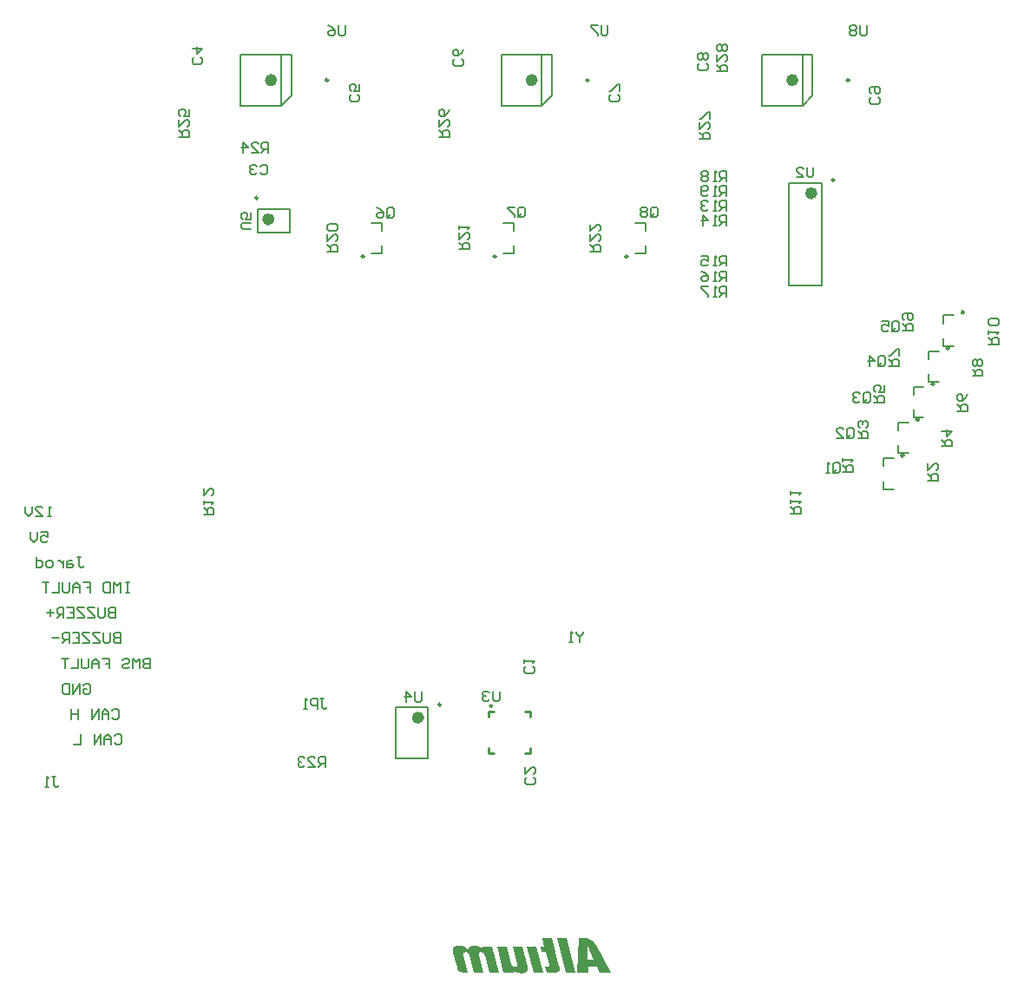
<source format=gbo>
G04*
G04 #@! TF.GenerationSoftware,Altium Limited,Altium Designer,18.1.11 (251)*
G04*
G04 Layer_Color=32896*
%FSLAX25Y25*%
%MOIN*%
G70*
G01*
G75*
%ADD10C,0.00787*%
%ADD12C,0.00984*%
%ADD15C,0.01000*%
%ADD63C,0.02362*%
G36*
X-22245Y11999D02*
X-22143Y11986D01*
X-22028D01*
X-21900Y11960D01*
X-21607Y11922D01*
X-21301Y11846D01*
X-20982Y11756D01*
X-20676Y11629D01*
X-20664D01*
X-20638Y11616D01*
X-20600Y11591D01*
X-20536Y11565D01*
X-20472Y11527D01*
X-20396Y11476D01*
X-20205Y11348D01*
X-19988Y11195D01*
X-19746Y11004D01*
X-19516Y10775D01*
X-19287Y10507D01*
X-19248D01*
X-19542Y11731D01*
X-15742D01*
X-13218Y1633D01*
X-16979D01*
X-18662Y8301D01*
Y8314D01*
X-18675Y8327D01*
X-18687Y8403D01*
X-18726Y8505D01*
X-18777Y8633D01*
X-18840Y8786D01*
X-18930Y8926D01*
X-19032Y9066D01*
X-19159Y9194D01*
X-19172Y9206D01*
X-19223Y9245D01*
X-19299Y9283D01*
X-19401Y9347D01*
X-19529Y9398D01*
X-19682Y9436D01*
X-19860Y9474D01*
X-20052Y9487D01*
X-20141D01*
X-20230Y9474D01*
X-20345Y9449D01*
X-20472Y9410D01*
X-20600Y9359D01*
X-20702Y9296D01*
X-20791Y9194D01*
X-20804Y9181D01*
X-20817Y9143D01*
X-20842Y9066D01*
X-20868Y8977D01*
X-20880Y8849D01*
Y8684D01*
X-20855Y8505D01*
X-20804Y8288D01*
X-19146Y1633D01*
X-22908D01*
X-24578Y8301D01*
Y8314D01*
X-24591Y8327D01*
X-24603Y8403D01*
X-24642Y8505D01*
X-24705Y8633D01*
X-24769Y8786D01*
X-24858Y8926D01*
X-24960Y9066D01*
X-25088Y9194D01*
X-25101Y9206D01*
X-25152Y9245D01*
X-25228Y9283D01*
X-25343Y9347D01*
X-25470Y9398D01*
X-25636Y9436D01*
X-25815Y9474D01*
X-26019Y9487D01*
X-26108D01*
X-26197Y9474D01*
X-26312Y9449D01*
X-26439Y9410D01*
X-26554Y9359D01*
X-26669Y9296D01*
X-26745Y9194D01*
X-26758Y9181D01*
X-26771Y9143D01*
X-26796Y9066D01*
X-26822Y8977D01*
X-26835Y8849D01*
Y8696D01*
X-26822Y8518D01*
X-26771Y8301D01*
X-25101Y1633D01*
X-26860D01*
X-26924Y1646D01*
X-27000D01*
X-27090Y1658D01*
X-27306Y1697D01*
X-27549Y1760D01*
X-27829Y1850D01*
X-28110Y1977D01*
X-28390Y2156D01*
X-28403Y2168D01*
X-28428Y2181D01*
X-28454Y2207D01*
X-28505Y2245D01*
X-28632Y2360D01*
X-28785Y2513D01*
X-28951Y2704D01*
X-29104Y2933D01*
X-29232Y3188D01*
X-29334Y3469D01*
X-30787Y9245D01*
Y9257D01*
X-30800Y9283D01*
Y9321D01*
X-30813Y9385D01*
X-30838Y9525D01*
X-30876Y9716D01*
X-30902Y9933D01*
X-30915Y10150D01*
Y10379D01*
X-30889Y10596D01*
Y10609D01*
Y10622D01*
X-30876Y10685D01*
X-30838Y10787D01*
X-30800Y10915D01*
X-30749Y11042D01*
X-30672Y11183D01*
X-30570Y11323D01*
X-30456Y11450D01*
X-30443Y11463D01*
X-30392Y11501D01*
X-30303Y11552D01*
X-30201Y11616D01*
X-30073Y11680D01*
X-29907Y11756D01*
X-29742Y11820D01*
X-29550Y11871D01*
X-29525Y11884D01*
X-29461Y11897D01*
X-29359Y11922D01*
X-29219Y11948D01*
X-29040Y11973D01*
X-28836Y11986D01*
X-28620Y12011D01*
X-28212D01*
X-28097Y11999D01*
X-27957Y11986D01*
X-27804Y11973D01*
X-27485Y11922D01*
X-27472D01*
X-27408Y11909D01*
X-27319Y11884D01*
X-27217Y11858D01*
X-27077Y11820D01*
X-26937Y11769D01*
X-26618Y11654D01*
X-26592Y11642D01*
X-26541Y11629D01*
X-26452Y11591D01*
X-26337Y11540D01*
X-26210Y11463D01*
X-26070Y11387D01*
X-25917Y11297D01*
X-25764Y11183D01*
X-25751Y11170D01*
X-25700Y11132D01*
X-25623Y11068D01*
X-25521Y10979D01*
X-25407Y10864D01*
X-25292Y10736D01*
X-25164Y10596D01*
X-25037Y10443D01*
Y10456D01*
X-25024Y10507D01*
X-24999Y10583D01*
X-24973Y10673D01*
X-24935Y10787D01*
X-24884Y10902D01*
X-24769Y11132D01*
X-24756Y11144D01*
X-24744Y11183D01*
X-24705Y11234D01*
X-24654Y11310D01*
X-24591Y11387D01*
X-24501Y11463D01*
X-24412Y11552D01*
X-24310Y11629D01*
X-24297Y11642D01*
X-24259Y11654D01*
X-24195Y11693D01*
X-24106Y11731D01*
X-23991Y11782D01*
X-23864Y11833D01*
X-23724Y11871D01*
X-23558Y11909D01*
X-23532D01*
X-23481Y11922D01*
X-23392Y11948D01*
X-23265Y11960D01*
X-23112Y11986D01*
X-22933Y11999D01*
X-22729Y12011D01*
X-22334D01*
X-22245Y11999D01*
D02*
G37*
G36*
X-2278Y4081D02*
Y4068D01*
X-2265Y4043D01*
Y4004D01*
X-2253Y3953D01*
X-2227Y3800D01*
X-2189Y3622D01*
X-2163Y3405D01*
X-2151Y3188D01*
Y2972D01*
X-2176Y2755D01*
Y2729D01*
X-2202Y2666D01*
X-2227Y2576D01*
X-2278Y2449D01*
X-2342Y2321D01*
X-2418Y2194D01*
X-2533Y2066D01*
X-2661Y1952D01*
X-2673Y1939D01*
X-2724Y1901D01*
X-2801Y1850D01*
X-2890Y1786D01*
X-3018Y1709D01*
X-3158Y1633D01*
X-3324Y1569D01*
X-3502Y1505D01*
X-3528D01*
X-3591Y1480D01*
X-3693Y1467D01*
X-3834Y1442D01*
X-3999Y1416D01*
X-4203Y1391D01*
X-4420Y1378D01*
X-4841D01*
X-4917Y1391D01*
X-5032Y1403D01*
X-5147D01*
X-5274Y1429D01*
X-5555Y1467D01*
X-5861Y1531D01*
X-6167Y1620D01*
X-6473Y1748D01*
X-6486D01*
X-6511Y1760D01*
X-6549Y1786D01*
X-6613Y1811D01*
X-6677Y1850D01*
X-6753Y1901D01*
X-6945Y2015D01*
X-7161Y2168D01*
X-7391Y2360D01*
X-7620Y2576D01*
X-7850Y2831D01*
X-7901D01*
X-7608Y1620D01*
X-11356D01*
X-13881Y11731D01*
X-10119D01*
X-8436Y5050D01*
Y5037D01*
X-8424Y5024D01*
X-8411Y4948D01*
X-8373Y4846D01*
X-8322Y4718D01*
X-8245Y4565D01*
X-8156Y4412D01*
X-8054Y4272D01*
X-7926Y4145D01*
X-7914Y4132D01*
X-7863Y4094D01*
X-7786Y4043D01*
X-7684Y3992D01*
X-7557Y3941D01*
X-7404Y3890D01*
X-7225Y3851D01*
X-7021Y3839D01*
X-6932D01*
X-6843Y3851D01*
X-6741Y3877D01*
X-6613Y3915D01*
X-6498Y3966D01*
X-6396Y4043D01*
X-6307Y4145D01*
X-6294Y4157D01*
X-6282Y4208D01*
X-6256Y4272D01*
X-6243Y4374D01*
X-6218Y4502D01*
Y4655D01*
X-6243Y4833D01*
X-6282Y5050D01*
X-7952Y11731D01*
X-4191D01*
X-2278Y4081D01*
D02*
G37*
G36*
X19767Y14944D02*
X19907D01*
X20085Y14919D01*
X20289Y14893D01*
X20519Y14855D01*
X20761Y14804D01*
X21003Y14740D01*
X21016D01*
X21029Y14727D01*
X21067Y14714D01*
X21105Y14702D01*
X21233Y14663D01*
X21386Y14600D01*
X21577Y14523D01*
X21781Y14421D01*
X21985Y14319D01*
X22202Y14192D01*
X22227Y14179D01*
X22291Y14128D01*
X22393Y14051D01*
X22533Y13962D01*
X22686Y13835D01*
X22852Y13694D01*
X23031Y13542D01*
X23209Y13363D01*
X23235Y13338D01*
X23286Y13286D01*
X23362Y13184D01*
X23477Y13057D01*
X23592Y12904D01*
X23732Y12713D01*
X23872Y12521D01*
X24000Y12305D01*
X29724Y1620D01*
X25389Y1633D01*
X24369Y3941D01*
X21131D01*
X21258Y1620D01*
X16911D01*
X17408Y14957D01*
X19716D01*
X19767Y14944D01*
D02*
G37*
G36*
X16120Y1620D02*
X12346D01*
X9006Y14957D01*
X12767D01*
X16120Y1620D01*
D02*
G37*
G36*
X3816D02*
X55Y1620D01*
X-2482Y11731D01*
X1292Y11731D01*
X3816Y1620D01*
D02*
G37*
G36*
X9936Y4068D02*
Y4055D01*
X9949Y4030D01*
Y3992D01*
X9962Y3928D01*
X10000Y3788D01*
X10026Y3596D01*
X10064Y3380D01*
X10089Y3163D01*
X10102Y2933D01*
X10089Y2729D01*
Y2704D01*
X10077Y2640D01*
X10051Y2551D01*
X10013Y2436D01*
X9962Y2321D01*
X9885Y2194D01*
X9796Y2079D01*
X9681Y1977D01*
X9669Y1964D01*
X9618Y1939D01*
X9554Y1901D01*
X9452Y1850D01*
X9324Y1799D01*
X9171Y1735D01*
X8993Y1684D01*
X8789Y1633D01*
X8763D01*
X8687Y1620D01*
X8559Y1595D01*
X8394Y1582D01*
X8177Y1556D01*
X7935Y1544D01*
X7654Y1531D01*
X7029D01*
X6876Y1544D01*
X6507D01*
X6315Y1556D01*
X6226D01*
X6111Y1569D01*
X5971D01*
X5805Y1582D01*
X5627Y1595D01*
X5423Y1608D01*
X5206Y1620D01*
X4645Y3864D01*
X5436D01*
X5538Y3877D01*
X5652Y3903D01*
X5767Y3928D01*
X5856Y3979D01*
X5946Y4043D01*
X5958Y4055D01*
X5971Y4081D01*
X5997Y4132D01*
X6022Y4196D01*
X6048Y4285D01*
Y4387D01*
Y4515D01*
X6022Y4655D01*
X4824Y9461D01*
X3243D01*
X2682Y11731D01*
X4263D01*
X3447Y14817D01*
X7221D01*
X9936Y4068D01*
D02*
G37*
%LPC*%
G36*
X20672Y12050D02*
X20991Y6491D01*
X23247D01*
X20672Y12050D01*
D02*
G37*
%LPD*%
D10*
X157578Y242324D02*
Y245376D01*
Y242324D02*
X161515D01*
X157578Y251084D02*
Y254135D01*
X161515D01*
X151795Y228586D02*
Y231637D01*
Y228586D02*
X155732D01*
X151795Y237346D02*
Y240397D01*
X155732D01*
X146013Y214848D02*
Y217899D01*
Y214848D02*
X149950D01*
X146013Y223607D02*
Y226659D01*
X149950D01*
X140231Y201109D02*
Y204160D01*
Y201109D02*
X144168D01*
X140231Y209869D02*
Y212920D01*
X144168D01*
X134448Y187371D02*
Y190422D01*
Y187371D02*
X138385D01*
X134448Y196131D02*
Y199182D01*
X138385D01*
X-40355Y83858D02*
Y103543D01*
X-52953Y83858D02*
Y103543D01*
X-40355D01*
X-52953Y83858D02*
X-40355D01*
X110692Y265611D02*
Y304981D01*
X98094Y265611D02*
Y304981D01*
X110692D01*
X98094Y265611D02*
X110692D01*
X43190Y286614D02*
Y289665D01*
X39253D02*
X43190D01*
Y277854D02*
Y280905D01*
X39253Y277854D02*
X43190D01*
X-7440Y286614D02*
Y289665D01*
X-11377D02*
X-7440D01*
Y277854D02*
Y280905D01*
X-11377Y277854D02*
X-7440D01*
X-58070Y286614D02*
Y289665D01*
X-62007D02*
X-58070D01*
Y277854D02*
Y280905D01*
X-62007Y277854D02*
X-58070D01*
X-93484Y285925D02*
Y294980D01*
X-105689Y285925D02*
Y294980D01*
Y285925D02*
X-93484D01*
X-105689Y294980D02*
X-93484D01*
X-96811Y334744D02*
Y354232D01*
X-92874Y338681D02*
Y354232D01*
X-112362D02*
X-92874D01*
X-112362Y334744D02*
Y354232D01*
Y334744D02*
X-96811D01*
X-92874Y338681D01*
X3307Y334705D02*
Y354193D01*
X7244Y338642D02*
Y354193D01*
X-12244D02*
X7244D01*
X-12244Y334705D02*
Y354193D01*
Y334705D02*
X3307D01*
X7244Y338642D01*
X103386Y334744D02*
Y354232D01*
X107323Y338681D02*
Y354232D01*
X87835D02*
X107323D01*
X87835Y334744D02*
Y354232D01*
Y334744D02*
X103386D01*
X107323Y338681D01*
X-160659Y141828D02*
Y137892D01*
X-162627D01*
X-163283Y138548D01*
Y139204D01*
X-162627Y139860D01*
X-160659D01*
X-162627D01*
X-163283Y140516D01*
Y141172D01*
X-162627Y141828D01*
X-160659D01*
X-164595D02*
Y138548D01*
X-165251Y137892D01*
X-166563D01*
X-167219Y138548D01*
Y141828D01*
X-168530D02*
X-171154D01*
Y141172D01*
X-168530Y138548D01*
Y137892D01*
X-171154D01*
X-172466Y141828D02*
X-175090D01*
Y141172D01*
X-172466Y138548D01*
Y137892D01*
X-175090D01*
X-179026Y141828D02*
X-176402D01*
Y137892D01*
X-179026D01*
X-176402Y139860D02*
X-177714D01*
X-180338Y137892D02*
Y141828D01*
X-182306D01*
X-182962Y141172D01*
Y139860D01*
X-182306Y139204D01*
X-180338D01*
X-181650D02*
X-182962Y137892D01*
X-184274Y139860D02*
X-186897D01*
X-185585Y141172D02*
Y138548D01*
X-155183Y151560D02*
X-156495D01*
X-155839D01*
Y147624D01*
X-155183D01*
X-156495D01*
X-158463D02*
Y151560D01*
X-159775Y150248D01*
X-161087Y151560D01*
Y147624D01*
X-162399Y151560D02*
Y147624D01*
X-164367D01*
X-165023Y148280D01*
Y150904D01*
X-164367Y151560D01*
X-162399D01*
X-172894D02*
X-170270D01*
Y149592D01*
X-171582D01*
X-170270D01*
Y147624D01*
X-174206D02*
Y150248D01*
X-175518Y151560D01*
X-176830Y150248D01*
Y147624D01*
Y149592D01*
X-174206D01*
X-178142Y151560D02*
Y148280D01*
X-178798Y147624D01*
X-180110D01*
X-180766Y148280D01*
Y151560D01*
X-182078D02*
Y147624D01*
X-184701D01*
X-186013Y151560D02*
X-188637D01*
X-187325D01*
Y147624D01*
X-161723Y102243D02*
X-161067Y102899D01*
X-159756D01*
X-159100Y102243D01*
Y99619D01*
X-159756Y98963D01*
X-161067D01*
X-161723Y99619D01*
X-163035Y98963D02*
Y101587D01*
X-164347Y102899D01*
X-165659Y101587D01*
Y98963D01*
Y100931D01*
X-163035D01*
X-166971Y98963D02*
Y102899D01*
X-169595Y98963D01*
Y102899D01*
X-174843D02*
Y98963D01*
Y100931D01*
X-177466D01*
Y102899D01*
Y98963D01*
X-175244Y161292D02*
X-173932D01*
X-174588D01*
Y158012D01*
X-173932Y157357D01*
X-173276D01*
X-172620Y158012D01*
X-177212Y159980D02*
X-178524D01*
X-179180Y159325D01*
Y157357D01*
X-177212D01*
X-176556Y158012D01*
X-177212Y158668D01*
X-179180D01*
X-180492Y159980D02*
Y157357D01*
Y158668D01*
X-181148Y159325D01*
X-181804Y159980D01*
X-182459D01*
X-185083Y157357D02*
X-186395D01*
X-187051Y158012D01*
Y159325D01*
X-186395Y159980D01*
X-185083D01*
X-184427Y159325D01*
Y158012D01*
X-185083Y157357D01*
X-190987Y161292D02*
Y157357D01*
X-189019D01*
X-188363Y158012D01*
Y159325D01*
X-189019Y159980D01*
X-190987D01*
X-158614Y132096D02*
Y128160D01*
X-160582D01*
X-161238Y128816D01*
Y129472D01*
X-160582Y130128D01*
X-158614D01*
X-160582D01*
X-161238Y130784D01*
Y131440D01*
X-160582Y132096D01*
X-158614D01*
X-162550D02*
Y128816D01*
X-163206Y128160D01*
X-164518D01*
X-165174Y128816D01*
Y132096D01*
X-166486D02*
X-169109D01*
Y131440D01*
X-166486Y128816D01*
Y128160D01*
X-169109D01*
X-170422Y132096D02*
X-173045D01*
Y131440D01*
X-170422Y128816D01*
Y128160D01*
X-173045D01*
X-176981Y132096D02*
X-174357D01*
Y128160D01*
X-176981D01*
X-174357Y130128D02*
X-175669D01*
X-178293Y128160D02*
Y132096D01*
X-180261D01*
X-180917Y131440D01*
Y130128D01*
X-180261Y129472D01*
X-178293D01*
X-179605D02*
X-180917Y128160D01*
X-182229Y130128D02*
X-184853D01*
X-189096Y171025D02*
X-186472D01*
Y169057D01*
X-187784Y169713D01*
X-188440D01*
X-189096Y169057D01*
Y167745D01*
X-188440Y167089D01*
X-187128D01*
X-186472Y167745D01*
X-190408Y171025D02*
Y168401D01*
X-191720Y167089D01*
X-193032Y168401D01*
Y171025D01*
X-172891Y111975D02*
X-172235Y112631D01*
X-170923D01*
X-170268Y111975D01*
Y109352D01*
X-170923Y108696D01*
X-172235D01*
X-172891Y109352D01*
Y110663D01*
X-171580D01*
X-174203Y108696D02*
Y112631D01*
X-176827Y108696D01*
Y112631D01*
X-178139D02*
Y108696D01*
X-180107D01*
X-180763Y109352D01*
Y111975D01*
X-180107Y112631D01*
X-178139D01*
X-147179Y122364D02*
Y118428D01*
X-149147D01*
X-149802Y119084D01*
Y119740D01*
X-149147Y120396D01*
X-147179D01*
X-149147D01*
X-149802Y121052D01*
Y121708D01*
X-149147Y122364D01*
X-147179D01*
X-151114Y118428D02*
Y122364D01*
X-152426Y121052D01*
X-153738Y122364D01*
Y118428D01*
X-157674Y121708D02*
X-157018Y122364D01*
X-155706D01*
X-155050Y121708D01*
Y121052D01*
X-155706Y120396D01*
X-157018D01*
X-157674Y119740D01*
Y119084D01*
X-157018Y118428D01*
X-155706D01*
X-155050Y119084D01*
X-165545Y122364D02*
X-162922D01*
Y120396D01*
X-164234D01*
X-162922D01*
Y118428D01*
X-166857D02*
Y121052D01*
X-168169Y122364D01*
X-169481Y121052D01*
Y118428D01*
Y120396D01*
X-166857D01*
X-170793Y122364D02*
Y119084D01*
X-171449Y118428D01*
X-172761D01*
X-173417Y119084D01*
Y122364D01*
X-174729D02*
Y118428D01*
X-177353D01*
X-178665Y122364D02*
X-181289D01*
X-179977D01*
Y118428D01*
X-185237Y176821D02*
X-186549D01*
X-185893D01*
Y180757D01*
X-185237Y180101D01*
X-191141Y176821D02*
X-188517D01*
X-191141Y179445D01*
Y180101D01*
X-190485Y180757D01*
X-189173D01*
X-188517Y180101D01*
X-192453Y180757D02*
Y178133D01*
X-193765Y176821D01*
X-195077Y178133D01*
Y180757D01*
X-160794Y92511D02*
X-160138Y93167D01*
X-158826D01*
X-158170Y92511D01*
Y89887D01*
X-158826Y89231D01*
X-160138D01*
X-160794Y89887D01*
X-162106Y89231D02*
Y91855D01*
X-163418Y93167D01*
X-164730Y91855D01*
Y89231D01*
Y91199D01*
X-162106D01*
X-166042Y89231D02*
Y93167D01*
X-168666Y89231D01*
Y93167D01*
X-173913D02*
Y89231D01*
X-176537D01*
X-12922Y109755D02*
Y106475D01*
X-13578Y105819D01*
X-14890D01*
X-15546Y106475D01*
Y109755D01*
X-16858Y109099D02*
X-17514Y109755D01*
X-18826D01*
X-19482Y109099D01*
Y108443D01*
X-18826Y107787D01*
X-18170D01*
X-18826D01*
X-19482Y107131D01*
Y106475D01*
X-18826Y105819D01*
X-17514D01*
X-16858Y106475D01*
X19171Y132641D02*
Y131984D01*
X17859Y130673D01*
X16547Y131984D01*
Y132641D01*
X17859Y130673D02*
Y128705D01*
X15235D02*
X13923D01*
X14579D01*
Y132641D01*
X15235Y131984D01*
X128060Y365648D02*
Y362368D01*
X127404Y361712D01*
X126092D01*
X125436Y362368D01*
Y365648D01*
X124124Y364992D02*
X123468Y365648D01*
X122156D01*
X121500Y364992D01*
Y364336D01*
X122156Y363680D01*
X121500Y363024D01*
Y362368D01*
X122156Y361712D01*
X123468D01*
X124124Y362368D01*
Y363024D01*
X123468Y363680D01*
X124124Y364336D01*
Y364992D01*
X123468Y363680D02*
X122156D01*
X28650Y365549D02*
Y362269D01*
X27994Y361613D01*
X26682D01*
X26027Y362269D01*
Y365549D01*
X24715D02*
X22091D01*
Y364893D01*
X24715Y362269D01*
Y361613D01*
X-72337Y365648D02*
Y362368D01*
X-72993Y361712D01*
X-74305D01*
X-74961Y362368D01*
Y365648D01*
X-78897D02*
X-77585Y364992D01*
X-76273Y363680D01*
Y362368D01*
X-76929Y361712D01*
X-78241D01*
X-78897Y362368D01*
Y363024D01*
X-78241Y363680D01*
X-76273D01*
X-108387Y287126D02*
X-111667D01*
X-112323Y287782D01*
Y289094D01*
X-111667Y289750D01*
X-108387D01*
Y293686D02*
Y291062D01*
X-110355D01*
X-109699Y292374D01*
Y293030D01*
X-110355Y293686D01*
X-111667D01*
X-112323Y293030D01*
Y291718D01*
X-111667Y291062D01*
X-42965Y109664D02*
Y106384D01*
X-43620Y105728D01*
X-44932D01*
X-45588Y106384D01*
Y109664D01*
X-48868Y105728D02*
Y109664D01*
X-46900Y107696D01*
X-49524D01*
X107642Y311067D02*
Y307787D01*
X106986Y307132D01*
X105674D01*
X105018Y307787D01*
Y311067D01*
X101082Y307132D02*
X103706D01*
X101082Y309755D01*
Y310411D01*
X101738Y311067D01*
X103050D01*
X103706Y310411D01*
X70535Y347774D02*
X74470D01*
Y349742D01*
X73814Y350398D01*
X72502D01*
X71847Y349742D01*
Y347774D01*
Y349086D02*
X70535Y350398D01*
Y354334D02*
Y351710D01*
X73159Y354334D01*
X73814D01*
X74470Y353678D01*
Y352366D01*
X73814Y351710D01*
Y355645D02*
X74470Y356301D01*
Y357613D01*
X73814Y358269D01*
X73159D01*
X72502Y357613D01*
X71847Y358269D01*
X71191D01*
X70535Y357613D01*
Y356301D01*
X71191Y355645D01*
X71847D01*
X72502Y356301D01*
X73159Y355645D01*
X73814D01*
X72502Y356301D02*
Y357613D01*
X63754Y321790D02*
X67690D01*
Y323758D01*
X67034Y324414D01*
X65722D01*
X65066Y323758D01*
Y321790D01*
Y323102D02*
X63754Y324414D01*
Y328349D02*
Y325726D01*
X66378Y328349D01*
X67034D01*
X67690Y327693D01*
Y326381D01*
X67034Y325726D01*
X67690Y329661D02*
Y332285D01*
X67034D01*
X64410Y329661D01*
X63754D01*
X-36050Y322676D02*
X-32115D01*
Y324643D01*
X-32771Y325299D01*
X-34082D01*
X-34738Y324643D01*
Y322676D01*
Y323988D02*
X-36050Y325299D01*
Y329235D02*
Y326611D01*
X-33427Y329235D01*
X-32771D01*
X-32115Y328579D01*
Y327267D01*
X-32771Y326611D01*
X-32115Y333171D02*
X-32771Y331859D01*
X-34082Y330547D01*
X-35394D01*
X-36050Y331203D01*
Y332515D01*
X-35394Y333171D01*
X-34738D01*
X-34082Y332515D01*
Y330547D01*
X-136246Y322679D02*
X-132310D01*
Y324647D01*
X-132966Y325303D01*
X-134278D01*
X-134934Y324647D01*
Y322679D01*
Y323991D02*
X-136246Y325303D01*
Y329238D02*
Y326614D01*
X-133622Y329238D01*
X-132966D01*
X-132310Y328582D01*
Y327270D01*
X-132966Y326614D01*
X-132310Y333174D02*
Y330550D01*
X-134278D01*
X-133622Y331862D01*
Y332518D01*
X-134278Y333174D01*
X-135590D01*
X-136246Y332518D01*
Y331206D01*
X-135590Y330550D01*
X-101733Y316509D02*
Y320444D01*
X-103701D01*
X-104357Y319788D01*
Y318477D01*
X-103701Y317821D01*
X-101733D01*
X-103045D02*
X-104357Y316509D01*
X-108293D02*
X-105669D01*
X-108293Y319132D01*
Y319788D01*
X-107637Y320444D01*
X-106325D01*
X-105669Y319788D01*
X-111572Y316509D02*
Y320444D01*
X-109605Y318477D01*
X-112228D01*
X-79833Y80510D02*
Y84445D01*
X-81801D01*
X-82457Y83789D01*
Y82477D01*
X-81801Y81821D01*
X-79833D01*
X-81145D02*
X-82457Y80510D01*
X-86393D02*
X-83769D01*
X-86393Y83133D01*
Y83789D01*
X-85737Y84445D01*
X-84425D01*
X-83769Y83789D01*
X-87704D02*
X-88361Y84445D01*
X-89672D01*
X-90328Y83789D01*
Y83133D01*
X-89672Y82477D01*
X-89016D01*
X-89672D01*
X-90328Y81821D01*
Y81165D01*
X-89672Y80510D01*
X-88361D01*
X-87704Y81165D01*
X21816Y278558D02*
X25752D01*
Y280526D01*
X25096Y281182D01*
X23784D01*
X23128Y280526D01*
Y278558D01*
Y279870D02*
X21816Y281182D01*
Y285118D02*
Y282494D01*
X24440Y285118D01*
X25096D01*
X25752Y284462D01*
Y283150D01*
X25096Y282494D01*
X21816Y289054D02*
Y286430D01*
X24440Y289054D01*
X25096D01*
X25752Y288398D01*
Y287086D01*
X25096Y286430D01*
X-28577Y279453D02*
X-24641D01*
Y281421D01*
X-25297Y282077D01*
X-26609D01*
X-27265Y281421D01*
Y279453D01*
Y280766D02*
X-28577Y282077D01*
Y286013D02*
Y283389D01*
X-25953Y286013D01*
X-25297D01*
X-24641Y285357D01*
Y284045D01*
X-25297Y283389D01*
X-28577Y287325D02*
Y288637D01*
Y287981D01*
X-24641D01*
X-25297Y287325D01*
X-79168Y278676D02*
X-75232D01*
Y280644D01*
X-75888Y281299D01*
X-77200D01*
X-77856Y280644D01*
Y278676D01*
Y279988D02*
X-79168Y281299D01*
Y285235D02*
Y282611D01*
X-76544Y285235D01*
X-75888D01*
X-75232Y284579D01*
Y283267D01*
X-75888Y282611D01*
Y286547D02*
X-75232Y287203D01*
Y288515D01*
X-75888Y289171D01*
X-78512D01*
X-79168Y288515D01*
Y287203D01*
X-78512Y286547D01*
X-75888D01*
X74273Y300012D02*
Y303948D01*
X72305D01*
X71649Y303292D01*
Y301980D01*
X72305Y301324D01*
X74273D01*
X72961D02*
X71649Y300012D01*
X70337D02*
X69026D01*
X69682D01*
Y303948D01*
X70337Y303292D01*
X67058Y300668D02*
X66402Y300012D01*
X65090D01*
X64434Y300668D01*
Y303292D01*
X65090Y303948D01*
X66402D01*
X67058Y303292D01*
Y302636D01*
X66402Y301980D01*
X64434D01*
X74273Y305709D02*
Y309644D01*
X72305D01*
X71649Y308988D01*
Y307677D01*
X72305Y307021D01*
X74273D01*
X72961D02*
X71649Y305709D01*
X70337D02*
X69026D01*
X69682D01*
Y309644D01*
X70337Y308988D01*
X67058D02*
X66402Y309644D01*
X65090D01*
X64434Y308988D01*
Y308332D01*
X65090Y307677D01*
X64434Y307021D01*
Y306365D01*
X65090Y305709D01*
X66402D01*
X67058Y306365D01*
Y307021D01*
X66402Y307677D01*
X67058Y308332D01*
Y308988D01*
X66402Y307677D02*
X65090D01*
X74273Y261212D02*
Y265148D01*
X72305D01*
X71649Y264492D01*
Y263180D01*
X72305Y262524D01*
X74273D01*
X72961D02*
X71649Y261212D01*
X70337D02*
X69026D01*
X69682D01*
Y265148D01*
X70337Y264492D01*
X67058Y265148D02*
X64434D01*
Y264492D01*
X67058Y261868D01*
Y261212D01*
X74273Y267156D02*
Y271092D01*
X72305D01*
X71649Y270436D01*
Y269124D01*
X72305Y268468D01*
X74273D01*
X72961D02*
X71649Y267156D01*
X70337D02*
X69026D01*
X69682D01*
Y271092D01*
X70337Y270436D01*
X64434Y271092D02*
X65746Y270436D01*
X67058Y269124D01*
Y267812D01*
X66402Y267156D01*
X65090D01*
X64434Y267812D01*
Y268468D01*
X65090Y269124D01*
X67058D01*
X74273Y273101D02*
Y277036D01*
X72305D01*
X71649Y276381D01*
Y275069D01*
X72305Y274413D01*
X74273D01*
X72961D02*
X71649Y273101D01*
X70337D02*
X69026D01*
X69682D01*
Y277036D01*
X70337Y276381D01*
X64434Y277036D02*
X67058D01*
Y275069D01*
X65746Y275725D01*
X65090D01*
X64434Y275069D01*
Y273757D01*
X65090Y273101D01*
X66402D01*
X67058Y273757D01*
X74273Y288618D02*
Y292554D01*
X72305D01*
X71649Y291898D01*
Y290586D01*
X72305Y289930D01*
X74273D01*
X72961D02*
X71649Y288618D01*
X70337D02*
X69026D01*
X69682D01*
Y292554D01*
X70337Y291898D01*
X65090Y288618D02*
Y292554D01*
X67058Y290586D01*
X64434D01*
X74273Y294315D02*
Y298251D01*
X72305D01*
X71649Y297595D01*
Y296283D01*
X72305Y295627D01*
X74273D01*
X72961D02*
X71649Y294315D01*
X70337D02*
X69026D01*
X69682D01*
Y298251D01*
X70337Y297595D01*
X67058D02*
X66402Y298251D01*
X65090D01*
X64434Y297595D01*
Y296939D01*
X65090Y296283D01*
X65746D01*
X65090D01*
X64434Y295627D01*
Y294971D01*
X65090Y294315D01*
X66402D01*
X67058Y294971D01*
X-126639Y177741D02*
X-122703D01*
Y179709D01*
X-123359Y180365D01*
X-124671D01*
X-125327Y179709D01*
Y177741D01*
Y179053D02*
X-126639Y180365D01*
Y181677D02*
Y182989D01*
Y182333D01*
X-122703D01*
X-123359Y181677D01*
X-126639Y187580D02*
Y184957D01*
X-124015Y187580D01*
X-123359D01*
X-122703Y186924D01*
Y185612D01*
X-123359Y184957D01*
X98757Y177939D02*
X102692D01*
Y179907D01*
X102036Y180563D01*
X100725D01*
X100069Y179907D01*
Y177939D01*
Y179251D02*
X98757Y180563D01*
Y181875D02*
Y183187D01*
Y182531D01*
X102692D01*
X102036Y181875D01*
X98757Y185155D02*
Y186467D01*
Y185811D01*
X102692D01*
X102036Y185155D01*
X174799Y243073D02*
X178735D01*
Y245041D01*
X178079Y245697D01*
X176767D01*
X176111Y245041D01*
Y243073D01*
Y244385D02*
X174799Y245697D01*
Y247009D02*
Y248321D01*
Y247665D01*
X178735D01*
X178079Y247009D01*
Y250289D02*
X178735Y250945D01*
Y252257D01*
X178079Y252913D01*
X175455D01*
X174799Y252257D01*
Y250945D01*
X175455Y250289D01*
X178079D01*
X141974Y248225D02*
X145910D01*
Y250193D01*
X145254Y250849D01*
X143942D01*
X143286Y250193D01*
Y248225D01*
Y249537D02*
X141974Y250849D01*
X142630Y252161D02*
X141974Y252817D01*
Y254129D01*
X142630Y254785D01*
X145254D01*
X145910Y254129D01*
Y252817D01*
X145254Y252161D01*
X144598D01*
X143942Y252817D01*
Y254785D01*
X168678Y230763D02*
X172614D01*
Y232731D01*
X171958Y233387D01*
X170646D01*
X169990Y232731D01*
Y230763D01*
Y232075D02*
X168678Y233387D01*
X171958Y234699D02*
X172614Y235355D01*
Y236667D01*
X171958Y237323D01*
X171302D01*
X170646Y236667D01*
X169990Y237323D01*
X169334D01*
X168678Y236667D01*
Y235355D01*
X169334Y234699D01*
X169990D01*
X170646Y235355D01*
X171302Y234699D01*
X171958D01*
X170646Y235355D02*
Y236667D01*
X136442Y234635D02*
X140377D01*
Y236603D01*
X139722Y237259D01*
X138410D01*
X137754Y236603D01*
Y234635D01*
Y235947D02*
X136442Y237259D01*
X140377Y238571D02*
Y241195D01*
X139722D01*
X137098Y238571D01*
X136442D01*
X162850Y217370D02*
X166786D01*
Y219338D01*
X166130Y219994D01*
X164818D01*
X164162Y219338D01*
Y217370D01*
Y218682D02*
X162850Y219994D01*
X166786Y223930D02*
X166130Y222618D01*
X164818Y221306D01*
X163506D01*
X162850Y221962D01*
Y223274D01*
X163506Y223930D01*
X164162D01*
X164818Y223274D01*
Y221306D01*
X130813Y220553D02*
X134748D01*
Y222521D01*
X134092Y223177D01*
X132781D01*
X132124Y222521D01*
Y220553D01*
Y221866D02*
X130813Y223177D01*
X134748Y227113D02*
Y224489D01*
X132781D01*
X133436Y225801D01*
Y226457D01*
X132781Y227113D01*
X131469D01*
X130813Y226457D01*
Y225145D01*
X131469Y224489D01*
X156926Y203780D02*
X160862D01*
Y205748D01*
X160206Y206404D01*
X158894D01*
X158238Y205748D01*
Y203780D01*
Y205092D02*
X156926Y206404D01*
Y209684D02*
X160862D01*
X158894Y207716D01*
Y210340D01*
X124691Y207062D02*
X128627D01*
Y209030D01*
X127971Y209686D01*
X126659D01*
X126003Y209030D01*
Y207062D01*
Y208374D02*
X124691Y209686D01*
X127971Y210998D02*
X128627Y211654D01*
Y212966D01*
X127971Y213622D01*
X127315D01*
X126659Y212966D01*
Y212310D01*
Y212966D01*
X126003Y213622D01*
X125347D01*
X124691Y212966D01*
Y211654D01*
X125347Y210998D01*
X151494Y190683D02*
X155429D01*
Y192650D01*
X154773Y193307D01*
X153462D01*
X152806Y192650D01*
Y190683D01*
Y191995D02*
X151494Y193307D01*
Y197242D02*
Y194618D01*
X154118Y197242D01*
X154773D01*
X155429Y196586D01*
Y195274D01*
X154773Y194618D01*
X118962Y193963D02*
X122898D01*
Y195931D01*
X122242Y196587D01*
X120930D01*
X120274Y195931D01*
Y193963D01*
Y195275D02*
X118962Y196587D01*
Y197899D02*
Y199211D01*
Y198555D01*
X122898D01*
X122242Y197899D01*
X45040Y292470D02*
Y295094D01*
X45696Y295750D01*
X47008D01*
X47664Y295094D01*
Y292470D01*
X47008Y291814D01*
X45696D01*
X46352Y293126D02*
X45040Y291814D01*
X45696D02*
X45040Y292470D01*
X43728Y295094D02*
X43072Y295750D01*
X41760D01*
X41104Y295094D01*
Y294438D01*
X41760Y293782D01*
X41104Y293126D01*
Y292470D01*
X41760Y291814D01*
X43072D01*
X43728Y292470D01*
Y293126D01*
X43072Y293782D01*
X43728Y294438D01*
Y295094D01*
X43072Y293782D02*
X41760D01*
X-5857Y292470D02*
Y295094D01*
X-5201Y295750D01*
X-3889D01*
X-3233Y295094D01*
Y292470D01*
X-3889Y291814D01*
X-5201D01*
X-4545Y293126D02*
X-5857Y291814D01*
X-5201D02*
X-5857Y292470D01*
X-7169Y295750D02*
X-9793D01*
Y295094D01*
X-7169Y292470D01*
Y291814D01*
X-56162Y292175D02*
Y294799D01*
X-55506Y295455D01*
X-54194D01*
X-53538Y294799D01*
Y292175D01*
X-54194Y291519D01*
X-55506D01*
X-54850Y292831D02*
X-56162Y291519D01*
X-55506D02*
X-56162Y292175D01*
X-60097Y295455D02*
X-58785Y294799D01*
X-57473Y293487D01*
Y292175D01*
X-58130Y291519D01*
X-59441D01*
X-60097Y292175D01*
Y292831D01*
X-59441Y293487D01*
X-57473D01*
X137775Y248720D02*
Y251344D01*
X138431Y251999D01*
X139743D01*
X140398Y251344D01*
Y248720D01*
X139743Y248064D01*
X138431D01*
X139086Y249376D02*
X137775Y248064D01*
X138431D02*
X137775Y248720D01*
X133839Y251999D02*
X136463D01*
Y250032D01*
X135151Y250688D01*
X134495D01*
X133839Y250032D01*
Y248720D01*
X134495Y248064D01*
X135807D01*
X136463Y248720D01*
X132467Y235215D02*
Y237839D01*
X133123Y238495D01*
X134435D01*
X135091Y237839D01*
Y235215D01*
X134435Y234559D01*
X133123D01*
X133779Y235871D02*
X132467Y234559D01*
X133123D02*
X132467Y235215D01*
X129187Y234559D02*
Y238495D01*
X131155Y236527D01*
X128531D01*
X126765Y221318D02*
Y223942D01*
X127421Y224598D01*
X128733D01*
X129389Y223942D01*
Y221318D01*
X128733Y220662D01*
X127421D01*
X128077Y221974D02*
X126765Y220662D01*
X127421D02*
X126765Y221318D01*
X125453Y223942D02*
X124797Y224598D01*
X123485D01*
X122829Y223942D01*
Y223286D01*
X123485Y222630D01*
X124141D01*
X123485D01*
X122829Y221974D01*
Y221318D01*
X123485Y220662D01*
X124797D01*
X125453Y221318D01*
X120375Y207518D02*
Y210142D01*
X121030Y210798D01*
X122343D01*
X122998Y210142D01*
Y207518D01*
X122343Y206862D01*
X121030D01*
X121686Y208174D02*
X120375Y206862D01*
X121030D02*
X120375Y207518D01*
X116439Y206862D02*
X119063D01*
X116439Y209486D01*
Y210142D01*
X117095Y210798D01*
X118407D01*
X119063Y210142D01*
X115165Y194409D02*
Y197032D01*
X115821Y197688D01*
X117133D01*
X117789Y197032D01*
Y194409D01*
X117133Y193753D01*
X115821D01*
X116477Y195065D02*
X115165Y193753D01*
X115821D02*
X115165Y194409D01*
X113853Y193753D02*
X112541D01*
X113197D01*
Y197688D01*
X113853Y197032D01*
X-81672Y106856D02*
X-80360D01*
X-81016D01*
Y103576D01*
X-80360Y102920D01*
X-79704D01*
X-79048Y103576D01*
X-82984Y102920D02*
Y106856D01*
X-84952D01*
X-85608Y106200D01*
Y104888D01*
X-84952Y104232D01*
X-82984D01*
X-86919Y102920D02*
X-88231D01*
X-87576D01*
Y106856D01*
X-86919Y106200D01*
X-184736Y76796D02*
X-183424D01*
X-184080D01*
Y73516D01*
X-183424Y72860D01*
X-182768D01*
X-182112Y73516D01*
X-186048Y72860D02*
X-187359D01*
X-186704D01*
Y76796D01*
X-186048Y76140D01*
X132522Y338047D02*
X133178Y337391D01*
Y336080D01*
X132522Y335424D01*
X129899D01*
X129243Y336080D01*
Y337391D01*
X129899Y338047D01*
Y339359D02*
X129243Y340015D01*
Y341327D01*
X129899Y341983D01*
X132522D01*
X133178Y341327D01*
Y340015D01*
X132522Y339359D01*
X131866D01*
X131210Y340015D01*
Y341983D01*
X66347Y350988D02*
X67003Y350332D01*
Y349020D01*
X66347Y348364D01*
X63723D01*
X63067Y349020D01*
Y350332D01*
X63723Y350988D01*
X66347Y352299D02*
X67003Y352956D01*
Y354267D01*
X66347Y354923D01*
X65691D01*
X65035Y354267D01*
X64379Y354923D01*
X63723D01*
X63067Y354267D01*
Y352956D01*
X63723Y352299D01*
X64379D01*
X65035Y352956D01*
X65691Y352299D01*
X66347D01*
X65035Y352956D02*
Y354267D01*
X32424Y338933D02*
X33080Y338277D01*
Y336965D01*
X32424Y336309D01*
X29800D01*
X29144Y336965D01*
Y338277D01*
X29800Y338933D01*
X33080Y340245D02*
Y342869D01*
X32424D01*
X29800Y340245D01*
X29144D01*
X-27526Y352465D02*
X-26870Y351809D01*
Y350497D01*
X-27526Y349841D01*
X-30149D01*
X-30806Y350497D01*
Y351809D01*
X-30149Y352465D01*
X-26870Y356400D02*
X-27526Y355089D01*
X-28838Y353777D01*
X-30149D01*
X-30806Y354433D01*
Y355745D01*
X-30149Y356400D01*
X-29494D01*
X-28838Y355745D01*
Y353777D01*
X-67379Y338935D02*
X-66723Y338279D01*
Y336967D01*
X-67379Y336311D01*
X-70003D01*
X-70659Y336967D01*
Y338279D01*
X-70003Y338935D01*
X-66723Y342871D02*
Y340247D01*
X-68691D01*
X-68035Y341559D01*
Y342215D01*
X-68691Y342871D01*
X-70003D01*
X-70659Y342215D01*
Y340903D01*
X-70003Y340247D01*
X-127723Y353157D02*
X-127067Y352501D01*
Y351189D01*
X-127723Y350533D01*
X-130346D01*
X-131002Y351189D01*
Y352501D01*
X-130346Y353157D01*
X-131002Y356437D02*
X-127067D01*
X-129034Y354469D01*
Y357093D01*
X-104819Y311409D02*
X-104163Y312065D01*
X-102851D01*
X-102195Y311409D01*
Y308785D01*
X-102851Y308129D01*
X-104163D01*
X-104819Y308785D01*
X-106131Y311409D02*
X-106787Y312065D01*
X-108099D01*
X-108755Y311409D01*
Y310753D01*
X-108099Y310097D01*
X-107443D01*
X-108099D01*
X-108755Y309441D01*
Y308785D01*
X-108099Y308129D01*
X-106787D01*
X-106131Y308785D01*
X7Y76656D02*
X663Y76000D01*
Y74688D01*
X7Y74032D01*
X-2616D01*
X-3272Y74688D01*
Y76000D01*
X-2616Y76656D01*
X-3272Y80592D02*
Y77968D01*
X-649Y80592D01*
X7D01*
X663Y79936D01*
Y78624D01*
X7Y77968D01*
X-282Y119274D02*
X374Y118618D01*
Y117306D01*
X-282Y116650D01*
X-2905D01*
X-3561Y117306D01*
Y118618D01*
X-2905Y119274D01*
X-3561Y120586D02*
Y121898D01*
Y121242D01*
X374D01*
X-282Y120586D01*
D12*
X165452Y255277D02*
G03*
X165452Y255277I-492J0D01*
G01*
X159669Y241539D02*
G03*
X159669Y241539I-492J0D01*
G01*
X153887Y227800D02*
G03*
X153887Y227800I-492J0D01*
G01*
X148105Y214062D02*
G03*
X148105Y214062I-492J0D01*
G01*
X142322Y200324D02*
G03*
X142322Y200324I-492J0D01*
G01*
X-35434Y104547D02*
G03*
X-35434Y104547I-492J0D01*
G01*
X115613Y306142D02*
G03*
X115613Y306142I-492J0D01*
G01*
X36300Y276712D02*
G03*
X36300Y276712I-492J0D01*
G01*
X-14330Y276712D02*
G03*
X-14330Y276712I-492J0D01*
G01*
X-64960Y276712D02*
G03*
X-64960Y276712I-492J0D01*
G01*
X-105787Y299212D02*
G03*
X-105787Y299212I-492J0D01*
G01*
X-78799Y344488D02*
G03*
X-78799Y344488I-492J0D01*
G01*
X21319Y344449D02*
G03*
X21319Y344449I-492J0D01*
G01*
X121398Y344488D02*
G03*
X121398Y344488I-492J0D01*
G01*
D15*
X-15847Y104133D02*
G03*
X-15847Y104133I-394J0D01*
G01*
X-1280Y99803D02*
Y101771D01*
X-3248D02*
X-1280D01*
X-3248Y86023D02*
X-1280D01*
Y87992D01*
X-17028Y86023D02*
X-15059D01*
X-17028D02*
Y87992D01*
Y99803D02*
Y101771D01*
X-15059D01*
D63*
X-43111Y99606D02*
G03*
X-43111Y99606I-1181J0D01*
G01*
X107936Y301044D02*
G03*
X107936Y301044I-1181J0D01*
G01*
X-100571Y291043D02*
G03*
X-100571Y291043I-1181J0D01*
G01*
X-99567Y344488D02*
G03*
X-99567Y344488I-1181J0D01*
G01*
X551Y344449D02*
G03*
X551Y344449I-1181J0D01*
G01*
X100630Y344488D02*
G03*
X100630Y344488I-1181J0D01*
G01*
M02*

</source>
